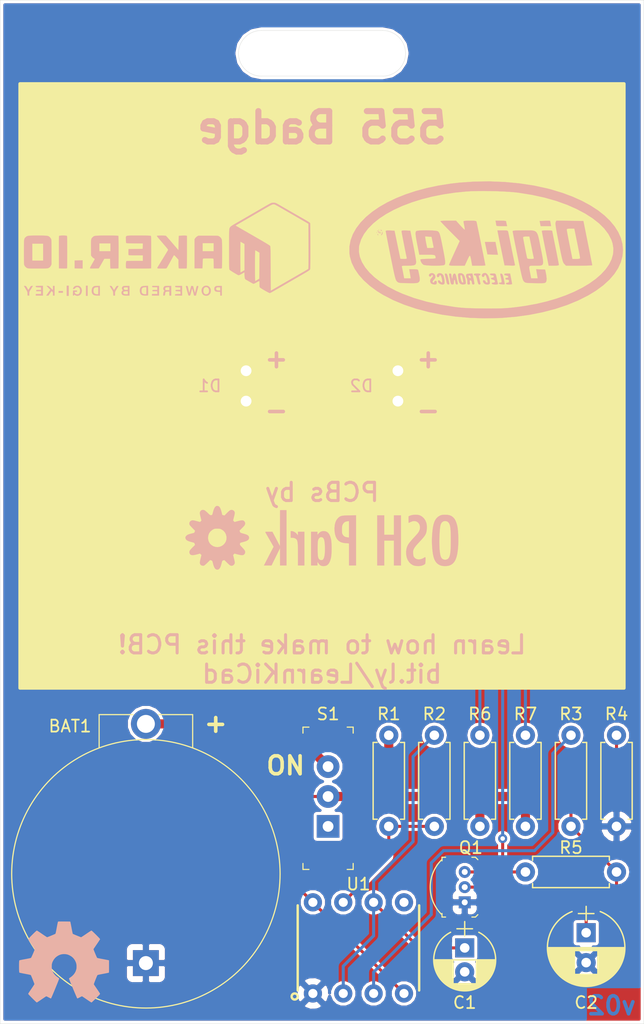
<source format=kicad_pcb>
(kicad_pcb (version 4) (host pcbnew 4.0.7)
  (title_block (title "555 Badge") (rev v02) (comment 2 creativecommons.org/licenses/by/4.0/) (comment 3 "License: CC BY 4.0") (comment 4 "Author: Shawn Hymel"))
  (layers (0 F.Cu signal hide) (31 B.Cu signal) (34 B.Paste user hide) (35 F.Paste user hide) (36 B.SilkS user) (37 F.SilkS user) (38 B.Mask user hide) (39 F.Mask user hide) (44 Edge.Cuts user))
  (net 0 "")
  (net 1 "Net-(Q1-Pad2)")
  (net 2 "Net-(D1-Pad1)")
  (net 3 GND)
  (net 4 VCC)
  (net 5 "Net-(BAT1-PadPos)")
  (net 6 "Net-(C1-Pad1)")
  (net 7 "Net-(C2-Pad1)")
  (net 8 "Net-(D1-Pad2)")
  (net 9 "Net-(D2-Pad2)")
  (net 10 "Net-(R1-Pad2)")
  (net 11 "Net-(R3-Pad2)")
  (net 12 "Net-(S1-Pad1)")
  (net 13 "Net-(U1-Pad5)")
  (module LEDs:LED_D3.0mm (layer F.Cu) (at 147.574 74.93 90)
    (fp_text reference D1 (at 4.572 0 180) (layer F.SilkS))
    (fp_text value RED)
    (pad 1 thru_hole rect (at 0 0 90) (size 1.8 1.8) (drill 0.9) (layers *.Cu *.Mask) (net 2 "Net-(D1-Pad1)"))
    (pad 2 thru_hole circle (at 2.54 0 90) (size 1.8 1.8) (drill 0.9) (layers *.Cu *.Mask) (net 8 "Net-(D1-Pad2)"))
  )
  (module 555_badge:ICM7555-PDIP (layer F.Cu) (at 156.972 120.65)
    (fp_text reference U1 (at 0 -5.334) (layer F.SilkS))
    (fp_text value 7555)
    (pad 1 thru_hole circle (at -3.81 3.81) (size 1.524 1.524) (drill 0.762) (layers *.Cu *.Mask) (net 3 GND))
    (pad 2 thru_hole circle (at -1.27 3.81) (size 1.524 1.524) (drill 0.762) (layers *.Cu *.Mask) (net 6 "Net-(C1-Pad1)"))
    (pad 3 thru_hole circle (at 1.27 3.81) (size 1.524 1.524) (drill 0.762) (layers *.Cu *.Mask) (net 11 "Net-(R3-Pad2)"))
    (pad 4 thru_hole circle (at 3.81 3.81) (size 1.524 1.524) (drill 0.762) (layers *.Cu *.Mask) (net 4 VCC))
    (pad 5 thru_hole circle (at 3.81 -3.81) (size 1.524 1.524) (drill 0.762) (layers *.Cu *.Mask) (net 13 "Net-(U1-Pad5)"))
    (pad 6 thru_hole circle (at 1.27 -3.81) (size 1.524 1.524) (drill 0.762) (layers *.Cu *.Mask) (net 6 "Net-(C1-Pad1)"))
    (pad 7 thru_hole circle (at -1.27 -3.81) (size 1.524 1.524) (drill 0.762) (layers *.Cu *.Mask) (net 10 "Net-(R1-Pad2)"))
    (pad 8 thru_hole circle (at -3.81 -3.81) (size 1.524 1.524) (drill 0.762) (layers *.Cu *.Mask) (net 4 VCC))
  )
  (module Capacitors_THT:CP_Radial_D5.0mm_P2.00mm (layer F.Cu) (at 165.862 120.65 270)
    (fp_text reference C1 (at 4.572 0 360) (layer F.SilkS))
    (fp_text value 10uF)
    (pad 1 thru_hole rect (at 0 0 270) (size 1.6 1.6) (drill 0.8) (layers *.Cu *.Mask) (net 6 "Net-(C1-Pad1)"))
    (pad 2 thru_hole circle (at 2 0 270) (size 1.6 1.6) (drill 0.8) (layers *.Cu *.Mask) (net 3 GND))
  )
  (module Capacitors_THT:CP_Radial_D6.3mm_P2.50mm (layer F.Cu) (at 176.022 119.38 270)
    (fp_text reference C2 (at 5.842 0 360) (layer F.SilkS))
    (fp_text value 100uF)
    (pad 1 thru_hole rect (at 0 0 270) (size 1.6 1.6) (drill 0.8) (layers *.Cu *.Mask) (net 7 "Net-(C2-Pad1)"))
    (pad 2 thru_hole circle (at 2.5 0 270) (size 1.6 1.6) (drill 0.8) (layers *.Cu *.Mask) (net 3 GND))
  )
  (module LEDs:LED_D3.0mm (layer F.Cu) (at 160.274 74.93 90)
    (fp_text reference D2 (at 4.572 0 180) (layer F.SilkS))
    (fp_text value RED)
    (pad 1 thru_hole rect (at 0 0 90) (size 1.8 1.8) (drill 0.9) (layers *.Cu *.Mask) (net 2 "Net-(D1-Pad1)"))
    (pad 2 thru_hole circle (at 2.54 0 90) (size 1.8 1.8) (drill 0.9) (layers *.Cu *.Mask) (net 9 "Net-(D2-Pad2)"))
  )
  (module digikey-footprints:TO-92-3 (layer F.Cu) (at 165.862 116.84 90)
    (fp_text reference Q1 (at 4.572 0.508 180) (layer F.SilkS))
    (fp_text value 2N3904)
    (pad 1 thru_hole rect (at 0 0 90) (size 1 1) (drill 0.5) (layers *.Cu *.Mask) (net 3 GND))
    (pad 2 thru_hole circle (at 1.27 0 90) (size 1 1) (drill 0.5) (layers *.Cu *.Mask) (net 1 "Net-(Q1-Pad2)"))
    (pad 3 thru_hole circle (at 2.54 0 90) (size 1 1) (drill 0.5) (layers *.Cu *.Mask) (net 2 "Net-(D1-Pad1)"))
  )
  (module Resistors_THT:R_Axial_DIN0207_L6.3mm_D2.5mm_P7.62mm_Horizontal (layer F.Cu) (at 159.512 102.87 270)
    (fp_text reference R1 (at -1.778 0 360) (layer F.SilkS))
    (fp_text value 22k)
    (pad 1 thru_hole circle (at 0 0 270) (size 1.6 1.6) (drill 0.8) (layers *.Cu *.Mask) (net 4 VCC))
    (pad 2 thru_hole oval (at 7.62 0 270) (size 1.6 1.6) (drill 0.8) (layers *.Cu *.Mask) (net 10 "Net-(R1-Pad2)"))
  )
  (module Resistors_THT:R_Axial_DIN0207_L6.3mm_D2.5mm_P7.62mm_Horizontal (layer F.Cu) (at 163.322 110.49 90)
    (fp_text reference R2 (at 9.398 0 180) (layer F.SilkS))
    (fp_text value 330k)
    (pad 1 thru_hole circle (at 0 0 90) (size 1.6 1.6) (drill 0.8) (layers *.Cu *.Mask) (net 10 "Net-(R1-Pad2)"))
    (pad 2 thru_hole oval (at 7.62 0 90) (size 1.6 1.6) (drill 0.8) (layers *.Cu *.Mask) (net 6 "Net-(C1-Pad1)"))
  )
  (module Resistors_THT:R_Axial_DIN0207_L6.3mm_D2.5mm_P7.62mm_Horizontal (layer F.Cu) (at 174.752 110.49 90)
    (fp_text reference R3 (at 9.398 0 180) (layer F.SilkS))
    (fp_text value 22k)
    (pad 1 thru_hole circle (at 0 0 90) (size 1.6 1.6) (drill 0.8) (layers *.Cu *.Mask) (net 7 "Net-(C2-Pad1)"))
    (pad 2 thru_hole oval (at 7.62 0 90) (size 1.6 1.6) (drill 0.8) (layers *.Cu *.Mask) (net 11 "Net-(R3-Pad2)"))
  )
  (module Resistors_THT:R_Axial_DIN0207_L6.3mm_D2.5mm_P7.62mm_Horizontal (layer F.Cu) (at 178.562 102.87 270)
    (fp_text reference R4 (at -1.778 0 360) (layer F.SilkS))
    (fp_text value 100k)
    (pad 1 thru_hole circle (at 0 0 270) (size 1.6 1.6) (drill 0.8) (layers *.Cu *.Mask) (net 7 "Net-(C2-Pad1)"))
    (pad 2 thru_hole oval (at 7.62 0 270) (size 1.6 1.6) (drill 0.8) (layers *.Cu *.Mask) (net 3 GND))
  )
  (module Resistors_THT:R_Axial_DIN0207_L6.3mm_D2.5mm_P7.62mm_Horizontal (layer F.Cu) (at 170.942 114.3)
    (fp_text reference R5 (at 3.81 -2.032) (layer F.SilkS))
    (fp_text value 10k)
    (pad 1 thru_hole circle (at 0 0) (size 1.6 1.6) (drill 0.8) (layers *.Cu *.Mask) (net 1 "Net-(Q1-Pad2)"))
    (pad 2 thru_hole oval (at 7.62 0) (size 1.6 1.6) (drill 0.8) (layers *.Cu *.Mask) (net 7 "Net-(C2-Pad1)"))
  )
  (module Resistors_THT:R_Axial_DIN0207_L6.3mm_D2.5mm_P7.62mm_Horizontal (layer F.Cu) (at 167.132 110.49 90)
    (fp_text reference R6 (at 9.398 0 180) (layer F.SilkS))
    (fp_text value 100)
    (pad 1 thru_hole circle (at 0 0 90) (size 1.6 1.6) (drill 0.8) (layers *.Cu *.Mask) (net 4 VCC))
    (pad 2 thru_hole oval (at 7.62 0 90) (size 1.6 1.6) (drill 0.8) (layers *.Cu *.Mask) (net 8 "Net-(D1-Pad2)"))
  )
  (module Resistors_THT:R_Axial_DIN0207_L6.3mm_D2.5mm_P7.62mm_Horizontal (layer F.Cu) (at 170.942 110.49 90)
    (fp_text reference R7 (at 9.398 0 180) (layer F.SilkS))
    (fp_text value 100)
    (pad 1 thru_hole circle (at 0 0 90) (size 1.6 1.6) (drill 0.8) (layers *.Cu *.Mask) (net 4 VCC))
    (pad 2 thru_hole oval (at 7.62 0 90) (size 1.6 1.6) (drill 0.8) (layers *.Cu *.Mask) (net 9 "Net-(D2-Pad2)"))
  )
  (module digikey-footprints:BS-7 (layer F.Cu) (at 139.192 121.92 90)
    (fp_text reference BAT1 (at 19.812 -6.35 180) (layer F.SilkS))
    (fp_text value BS-7 hide)
    (pad Neg thru_hole rect (at 0 0 90) (size 2.17 2.17) (drill 1.17) (layers *.Cu *.Mask) (net 3 GND))
    (pad Pos thru_hole circle (at 20 0 90) (size 2.5 2.5) (drill 1.5) (layers *.Cu *.Mask) (net 5 "Net-(BAT1-PadPos)"))
  )
  (module digikey-footprints:EG1218 (layer F.Cu) (at 154.432 110.49 90)
    (fp_text reference S1 (at 9.398 0 180) (layer F.SilkS))
    (fp_text value EG1218 hide)
    (pad 1 thru_hole rect (at 0 0 90) (size 1.9 1.9) (drill 0.9) (layers *.Cu *.Mask) (net 12 "Net-(S1-Pad1)"))
    (pad 2 thru_hole circle (at 2.5 0 90) (size 1.9 1.9) (drill 0.9) (layers *.Cu *.Mask) (net 4 VCC))
    (pad 3 thru_hole circle (at 5 0 90) (size 1.9 1.9) (drill 0.9) (layers *.Cu *.Mask) (net 5 "Net-(BAT1-PadPos)"))
  )
  (module 555_badge:OSHPark-Slide_logo (layer B.Cu) (at 153.924 86.36 180)
    (fp_text reference G*** hide)
    (fp_text value LOGO hide)
  )
  (module 555_badge:DigiKey_logo (layer B.Cu) (at 167.64 62.23 180)
    (fp_text reference G*** hide)
    (fp_text value LOGO hide)
  )
  (module 555_badge:Maker_io_logo (layer B.Cu) (at 140.97 62.23 180)
    (fp_text reference G*** hide)
    (fp_text value LOGO hide)
  )
  (module 555_badge:oshw_logo (layer B.Cu) (at 132.334 121.92 180)
    (fp_text reference G*** hide)
    (fp_text value LOGO hide)
  )
  (gr_text D2 (at 157.226 73.66) (layer B.SilkS) (effects (font (size 1 1) (thickness 0.1524)) (justify mirror)))
  (gr_text D1 (at 144.526 73.66) (layer B.SilkS) (effects (font (size 1 1) (thickness 0.1524)) (justify mirror)))
  (gr_text - (at 162.814 75.692) (layer B.SilkS) (effects (font (size 1.5 1.5) (thickness 0.3)) (justify mirror)))
  (gr_text - (at 150.114 75.692) (layer B.SilkS) (effects (font (size 1.5 1.5) (thickness 0.3)) (justify mirror)))
  (gr_text + (at 162.814 71.374) (layer B.SilkS) (effects (font (size 1.5 1.5) (thickness 0.3)) (justify mirror)))
  (gr_text + (at 150.114 71.374) (layer B.SilkS) (effects (font (size 1.5 1.5) (thickness 0.3)) (justify mirror)))
  (gr_arc (start 166.1922 115.57) (end 163.9316 113.284) (angle -90) (layer F.SilkS) (width 0.1))
  (gr_text "PCBs by" (at 153.924 82.55) (layer B.SilkS) (effects (font (thickness 0.254)) (justify mirror)))
  (gr_text "Learn how to make this PCB!\nbit.ly/LearnKiCad" (at 153.924 96.52) (layer B.SilkS) (effects (font (thickness 0.254)) (justify mirror)))
  (gr_text ON (at 150.876 105.41) (layer F.SilkS) (effects (font (size 1.5 1.5) (thickness 0.3))))
  (gr_text + (at 145.034 101.854) (layer F.SilkS) (effects (font (size 1.5 1.5) (thickness 0.3))))
  (gr_text v02 (at 180.34 125.476) (layer B.Cu) (effects (font (size 1.5 1.5) (thickness 0.3)) (justify left mirror)))
  (gr_text "555 Badge" (at 153.924 52.07) (layer B.SilkS) (effects (font (size 2.54 2.54) (thickness 0.508)) (justify mirror)))
  (gr_arc (start 148.844 45.847) (end 148.844 43.942) (angle -180) (layer Edge.Cuts) (width 0.0254))
  (gr_arc (start 159.004 45.847) (end 159.004 43.942) (angle 180) (layer Edge.Cuts) (width 0.0254))
  (gr_line (start 148.844 47.752) (end 159.004 47.752) (angle 90) (layer Edge.Cuts) (width 0.0254))
  (gr_line (start 148.844 43.942) (end 159.004 43.942) (angle 90) (layer Edge.Cuts) (width 0.0254))
  (gr_line (start 127 41.402) (end 180.848 41.402) (angle 90) (layer Edge.Cuts) (width 0.0254))
  (gr_line (start 180.848 127) (end 180.848 41.402) (angle 90) (layer Edge.Cuts) (width 0.0254))
  (gr_line (start 127 127) (end 127 41.402) (angle 90) (layer Edge.Cuts) (width 0.0254))
  (gr_line (start 127 127) (end 180.848 127) (angle 90) (layer Edge.Cuts) (width 0.0254))
  (segment (start 165.862 115.57) (end 167.894 115.57) (width 0.254) (layer F.Cu) (net 1))
  (segment (start 169.164 114.3) (end 170.942 114.3) (width 0.254) (layer F.Cu) (net 1))
  (segment (start 167.894 115.57) (end 169.164 114.3) (width 0.254) (layer F.Cu) (net 1))
  (segment (start 160.274 74.93) (end 147.574 74.93) (width 0.254) (layer B.Cu) (net 2))
  (segment (start 169.037 92.329) (end 169.037 78.359) (width 0.254) (layer B.Cu) (net 2))
  (via (at 169.037 111.506) (size 0.762) (drill 0.381) (layers F.Cu B.Cu) (net 2))
  (segment (start 169.037 113.157) (end 169.037 111.506) (width 0.254) (layer F.Cu) (net 2))
  (segment (start 167.894 114.3) (end 169.037 113.157) (width 0.254) (layer F.Cu) (net 2))
  (segment (start 165.862 114.3) (end 167.894 114.3) (width 0.254) (layer F.Cu) (net 2))
  (segment (start 169.037 111.506) (end 169.037 92.329) (width 0.254) (layer B.Cu) (net 2))
  (segment (start 165.608 74.93) (end 160.274 74.93) (width 0.254) (layer B.Cu) (net 2))
  (segment (start 169.037 78.359) (end 165.608 74.93) (width 0.254) (layer B.Cu) (net 2))
  (segment (start 167.132 110.49) (end 167.132 107.99) (width 0.762) (layer F.Cu) (net 4))
  (segment (start 167.132 107.99) (end 167.132 108.077) (width 0.762) (layer F.Cu) (net 4))
  (segment (start 167.132 108.077) (end 167.132 107.99) (width 0.762) (layer F.Cu) (net 4))
  (segment (start 170.942 110.49) (end 170.942 108.966) (width 0.762) (layer F.Cu) (net 4))
  (segment (start 169.966 107.99) (end 167.132 107.99) (width 0.762) (layer F.Cu) (net 4))
  (segment (start 167.132 107.99) (end 159.512 107.99) (width 0.762) (layer F.Cu) (net 4))
  (segment (start 170.942 108.966) (end 169.966 107.99) (width 0.762) (layer F.Cu) (net 4))
  (segment (start 153.162 116.84) (end 160.782 124.46) (width 0.254) (layer F.Cu) (net 4))
  (segment (start 154.432 107.99) (end 153.122 107.99) (width 0.254) (layer F.Cu) (net 4))
  (segment (start 151.892 115.57) (end 153.162 116.84) (width 0.254) (layer F.Cu) (net 4))
  (segment (start 151.892 109.22) (end 151.892 115.57) (width 0.254) (layer F.Cu) (net 4))
  (segment (start 153.122 107.99) (end 151.892 109.22) (width 0.254) (layer F.Cu) (net 4))
  (segment (start 159.512 102.87) (end 159.512 107.99) (width 0.762) (layer F.Cu) (net 4))
  (segment (start 159.512 107.99) (end 159.512 107.95) (width 0.762) (layer F.Cu) (net 4))
  (segment (start 159.512 107.95) (end 159.512 107.99) (width 0.762) (layer F.Cu) (net 4))
  (segment (start 154.432 107.99) (end 159.512 107.99) (width 0.762) (layer F.Cu) (net 4))
  (segment (start 139.192 101.92) (end 150.862 101.92) (width 0.762) (layer F.Cu) (net 5))
  (segment (start 150.862 101.92) (end 154.432 105.49) (width 0.762) (layer F.Cu) (net 5))
  (segment (start 158.242 116.84) (end 158.242 115.062) (width 0.254) (layer B.Cu) (net 6))
  (segment (start 161.544 104.648) (end 163.322 102.87) (width 0.254) (layer B.Cu) (net 6))
  (segment (start 161.544 111.76) (end 161.544 104.648) (width 0.254) (layer B.Cu) (net 6))
  (segment (start 158.242 115.062) (end 161.544 111.76) (width 0.254) (layer B.Cu) (net 6))
  (segment (start 155.702 124.46) (end 155.702 122.174) (width 0.254) (layer B.Cu) (net 6))
  (segment (start 158.242 119.634) (end 158.242 116.84) (width 0.254) (layer B.Cu) (net 6))
  (segment (start 155.702 122.174) (end 158.242 119.634) (width 0.254) (layer B.Cu) (net 6))
  (segment (start 165.862 120.65) (end 162.052 120.65) (width 0.254) (layer F.Cu) (net 6))
  (segment (start 162.052 120.65) (end 158.242 116.84) (width 0.254) (layer F.Cu) (net 6))
  (segment (start 174.752 110.49) (end 174.752 108.712) (width 0.254) (layer F.Cu) (net 7))
  (segment (start 178.562 104.902) (end 178.562 102.87) (width 0.254) (layer F.Cu) (net 7))
  (segment (start 174.752 108.712) (end 178.562 104.902) (width 0.254) (layer F.Cu) (net 7))
  (segment (start 174.752 110.49) (end 178.562 114.3) (width 0.254) (layer F.Cu) (net 7))
  (segment (start 176.022 119.38) (end 176.022 118.11) (width 0.254) (layer F.Cu) (net 7))
  (segment (start 178.562 115.57) (end 178.562 114.3) (width 0.254) (layer F.Cu) (net 7))
  (segment (start 176.022 118.11) (end 178.562 115.57) (width 0.254) (layer F.Cu) (net 7))
  (segment (start 147.574 72.39) (end 144.78 72.39) (width 0.254) (layer B.Cu) (net 8))
  (segment (start 167.132 93.726) (end 167.132 102.87) (width 0.254) (layer B.Cu) (net 8))
  (segment (start 161.544 88.138) (end 167.132 93.726) (width 0.254) (layer B.Cu) (net 8))
  (segment (start 153.67 88.138) (end 161.544 88.138) (width 0.254) (layer B.Cu) (net 8))
  (segment (start 143.764 78.232) (end 153.67 88.138) (width 0.254) (layer B.Cu) (net 8))
  (segment (start 143.764 73.406) (end 143.764 78.232) (width 0.254) (layer B.Cu) (net 8))
  (segment (start 144.78 72.39) (end 143.764 73.406) (width 0.254) (layer B.Cu) (net 8))
  (segment (start 170.942 102.87) (end 170.942 75.692) (width 0.254) (layer B.Cu) (net 9))
  (segment (start 167.64 72.39) (end 160.274 72.39) (width 0.254) (layer B.Cu) (net 9))
  (segment (start 170.942 75.692) (end 167.64 72.39) (width 0.254) (layer B.Cu) (net 9))
  (segment (start 163.322 110.49) (end 159.512 110.49) (width 0.254) (layer F.Cu) (net 10))
  (segment (start 155.702 116.84) (end 159.512 113.03) (width 0.254) (layer F.Cu) (net 10))
  (segment (start 159.512 113.03) (end 159.512 110.49) (width 0.254) (layer F.Cu) (net 10))
  (segment (start 158.242 124.46) (end 158.242 122.682) (width 0.254) (layer B.Cu) (net 11))
  (segment (start 173.228 104.394) (end 174.752 102.87) (width 0.254) (layer B.Cu) (net 11))
  (segment (start 173.228 110.998) (end 173.228 104.394) (width 0.254) (layer B.Cu) (net 11))
  (segment (start 171.704 112.522) (end 173.228 110.998) (width 0.254) (layer B.Cu) (net 11))
  (segment (start 164.084 112.522) (end 171.704 112.522) (width 0.254) (layer B.Cu) (net 11))
  (segment (start 163.068 113.538) (end 164.084 112.522) (width 0.254) (layer B.Cu) (net 11))
  (segment (start 163.068 117.856) (end 163.068 113.538) (width 0.254) (layer B.Cu) (net 11))
  (segment (start 158.242 122.682) (end 163.068 117.856) (width 0.254) (layer B.Cu) (net 11))
  (zone (net 0) (net_name "") (layer F.SilkS) (connect_pads (clearance 0.508)) (min_thickness 0.254) (fill yes (arc_segments 16) (thermal_gap 0.508) (thermal_bridge_width 0.508))
    (polygon (pts (xy 179.324 99.06) (xy 128.524 99.06) (xy 128.524 48.26) (xy 179.324 48.26)))
  )
  (zone (net 3) (net_name GND) (layer F.Cu) (connect_pads (clearance 0.254)) (min_thickness 0.254) (fill yes (arc_segments 16) (thermal_gap 0.508) (thermal_bridge_width 0.508))
    (polygon (pts (xy 180.848 127) (xy 127 127) (xy 127 41.402) (xy 180.848 41.402)))
  )
  (zone (net 3) (net_name GND) (layer B.Cu) (connect_pads (clearance 0.254)) (min_thickness 0.254) (fill yes (arc_segments 16) (thermal_gap 0.508) (thermal_bridge_width 0.508))
    (polygon (pts (xy 180.848 127) (xy 127 127) (xy 127 41.402) (xy 180.848 41.402)))
  )
)
</source>
